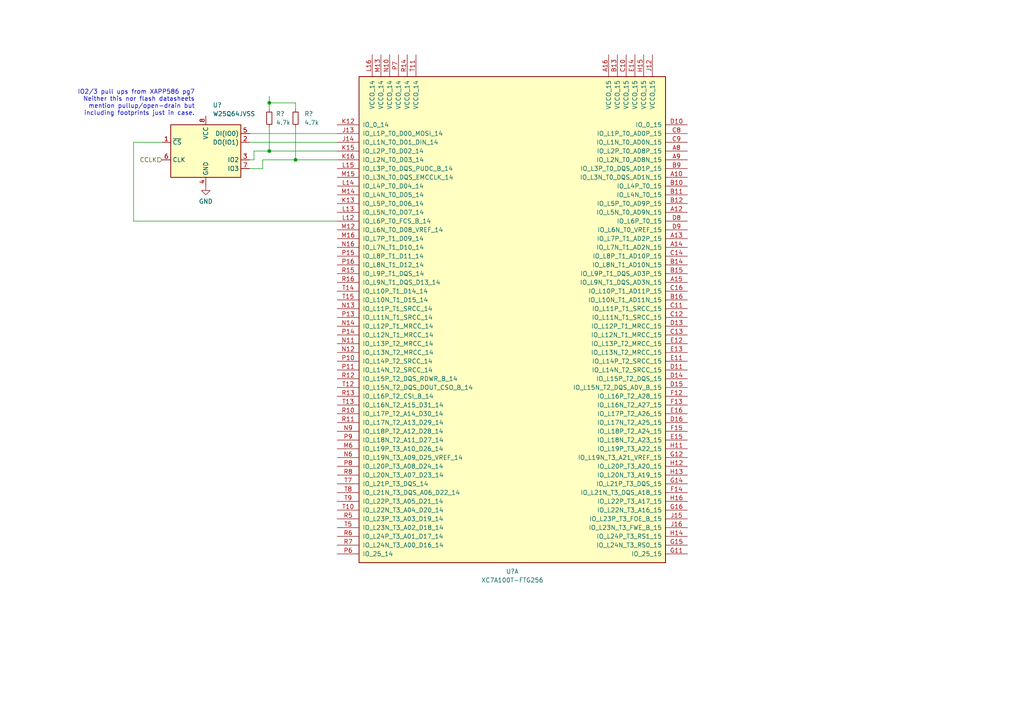
<source format=kicad_sch>
(kicad_sch (version 20211123) (generator eeschema)
  (paper "A4")
  (lib_symbols
    (symbol "Device:R_Small" (pin_numbers hide) (pin_names (offset 0.254) hide)
      (property "Reference" "R" (at 0.762 0.508 0))
      (property "Value" "R_Small" (at 0.762 -1.016 0))
      (symbol "R_Small_0_1"
        (rectangle (start -0.762 1.778) (end 0.762 -1.778) (stroke (width 0.2032)))
      )
      (symbol "R_Small_1_1"
        (pin passive line (at 0 2.54 270) (length 0.762) (name "~") (number "1"))
        (pin passive line (at 0 -2.54 90) (length 0.762) (name "~") (number "2"))
      )
    )
    (symbol "FPGA_Xilinx_Artix7:XC7A100T-FTG256" (pin_names (offset 1.016))
      (property "Reference" "U" (at 0 1.27 0))
      (property "Value" "XC7A100T-FTG256" (at 0 -1.27 0))
      (symbol "XC7A100T-FTG256_1_1"
        (rectangle (start -44.45 67.31) (end 44.45 -73.66) (stroke (width 0.254)) (fill (type background)))
        (pin bidirectional line (at 50.8 38.1 180) (length 6.35) (name "IO_L3N_T0_DQS_AD1N_15") (number "A10"))
        (pin bidirectional line (at 50.8 27.94 180) (length 6.35) (name "IO_L5N_T0_AD9N_15") (number "A12"))
        (pin bidirectional line (at 50.8 20.32 180) (length 6.35) (name "IO_L7P_T1_AD2P_15") (number "A13"))
        (pin bidirectional line (at 50.8 17.78 180) (length 6.35) (name "IO_L7N_T1_AD2N_15") (number "A14"))
        (pin bidirectional line (at 50.8 7.62 180) (length 6.35) (name "IO_L9N_T1_DQS_AD3N_15") (number "A15"))
        (pin power_in line (at 27.94 73.66 270) (length 6.35) (name "VCCO_15") (number "A16"))
        (pin bidirectional line (at 50.8 45.72 180) (length 6.35) (name "IO_L2P_T0_AD8P_15") (number "A8"))
        (pin bidirectional line (at 50.8 43.18 180) (length 6.35) (name "IO_L2N_T0_AD8N_15") (number "A9"))
        (pin bidirectional line (at 50.8 35.56 180) (length 6.35) (name "IO_L4P_T0_15") (number "B10"))
        (pin bidirectional line (at 50.8 33.02 180) (length 6.35) (name "IO_L4N_T0_15") (number "B11"))
        (pin bidirectional line (at 50.8 30.48 180) (length 6.35) (name "IO_L5P_T0_AD9P_15") (number "B12"))
        (pin power_in line (at 30.48 73.66 270) (length 6.35) (name "VCCO_15") (number "B13"))
        (pin bidirectional line (at 50.8 12.7 180) (length 6.35) (name "IO_L8N_T1_AD10N_15") (number "B14"))
        (pin bidirectional line (at 50.8 10.16 180) (length 6.35) (name "IO_L9P_T1_DQS_AD3P_15") (number "B15"))
        (pin bidirectional line (at 50.8 2.54 180) (length 6.35) (name "IO_L10N_T1_AD11N_15") (number "B16"))
        (pin bidirectional line (at 50.8 40.64 180) (length 6.35) (name "IO_L3P_T0_DQS_AD1P_15") (number "B9"))
        (pin power_in line (at 33.02 73.66 270) (length 6.35) (name "VCCO_15") (number "C10"))
        (pin bidirectional line (at 50.8 0 180) (length 6.35) (name "IO_L11P_T1_SRCC_15") (number "C11"))
        (pin bidirectional line (at 50.8 -2.54 180) (length 6.35) (name "IO_L11N_T1_SRCC_15") (number "C12"))
        (pin bidirectional line (at 50.8 -7.62 180) (length 6.35) (name "IO_L12N_T1_MRCC_15") (number "C13"))
        (pin bidirectional line (at 50.8 15.24 180) (length 6.35) (name "IO_L8P_T1_AD10P_15") (number "C14"))
        (pin bidirectional line (at 50.8 5.08 180) (length 6.35) (name "IO_L10P_T1_AD11P_15") (number "C16"))
        (pin bidirectional line (at 50.8 50.8 180) (length 6.35) (name "IO_L1P_T0_AD0P_15") (number "C8"))
        (pin bidirectional line (at 50.8 48.26 180) (length 6.35) (name "IO_L1N_T0_AD0N_15") (number "C9"))
        (pin bidirectional line (at 50.8 53.34 180) (length 6.35) (name "IO_0_15") (number "D10"))
        (pin bidirectional line (at 50.8 -17.78 180) (length 6.35) (name "IO_L14N_T2_SRCC_15") (number "D11"))
        (pin bidirectional line (at 50.8 -5.08 180) (length 6.35) (name "IO_L12P_T1_MRCC_15") (number "D13"))
        (pin bidirectional line (at 50.8 -20.32 180) (length 6.35) (name "IO_L15P_T2_DQS_15") (number "D14"))
        (pin bidirectional line (at 50.8 -22.86 180) (length 6.35) (name "IO_L15N_T2_DQS_ADV_B_15") (number "D15"))
        (pin bidirectional line (at 50.8 -33.02 180) (length 6.35) (name "IO_L17N_T2_A25_15") (number "D16"))
        (pin bidirectional line (at 50.8 25.4 180) (length 6.35) (name "IO_L6P_T0_15") (number "D8"))
        (pin bidirectional line (at 50.8 22.86 180) (length 6.35) (name "IO_L6N_T0_VREF_15") (number "D9"))
        (pin bidirectional line (at 50.8 -15.24 180) (length 6.35) (name "IO_L14P_T2_SRCC_15") (number "E11"))
        (pin bidirectional line (at 50.8 -10.16 180) (length 6.35) (name "IO_L13P_T2_MRCC_15") (number "E12"))
        (pin bidirectional line (at 50.8 -12.7 180) (length 6.35) (name "IO_L13N_T2_MRCC_15") (number "E13"))
        (pin power_in line (at 35.56 73.66 270) (length 6.35) (name "VCCO_15") (number "E14"))
        (pin bidirectional line (at 50.8 -38.1 180) (length 6.35) (name "IO_L18N_T2_A23_15") (number "E15"))
        (pin bidirectional line (at 50.8 -30.48 180) (length 6.35) (name "IO_L17P_T2_A26_15") (number "E16"))
        (pin bidirectional line (at 50.8 -25.4 180) (length 6.35) (name "IO_L16P_T2_A28_15") (number "F12"))
        (pin bidirectional line (at 50.8 -27.94 180) (length 6.35) (name "IO_L16N_T2_A27_15") (number "F13"))
        (pin bidirectional line (at 50.8 -53.34 180) (length 6.35) (name "IO_L21N_T3_DQS_A18_15") (number "F14"))
        (pin bidirectional line (at 50.8 -35.56 180) (length 6.35) (name "IO_L18P_T2_A24_15") (number "F15"))
        (pin bidirectional line (at 50.8 -71.12 180) (length 6.35) (name "IO_25_15") (number "G11"))
        (pin bidirectional line (at 50.8 -43.18 180) (length 6.35) (name "IO_L19N_T3_A21_VREF_15") (number "G12"))
        (pin bidirectional line (at 50.8 -50.8 180) (length 6.35) (name "IO_L21P_T3_DQS_15") (number "G14"))
        (pin bidirectional line (at 50.8 -68.58 180) (length 6.35) (name "IO_L24N_T3_RS0_15") (number "G15"))
        (pin bidirectional line (at 50.8 -58.42 180) (length 6.35) (name "IO_L22N_T3_A16_15") (number "G16"))
        (pin bidirectional line (at 50.8 -40.64 180) (length 6.35) (name "IO_L19P_T3_A22_15") (number "H11"))
        (pin bidirectional line (at 50.8 -45.72 180) (length 6.35) (name "IO_L20P_T3_A20_15") (number "H12"))
        (pin bidirectional line (at 50.8 -48.26 180) (length 6.35) (name "IO_L20N_T3_A19_15") (number "H13"))
        (pin bidirectional line (at 50.8 -66.04 180) (length 6.35) (name "IO_L24P_T3_RS1_15") (number "H14"))
        (pin power_in line (at 38.1 73.66 270) (length 6.35) (name "VCCO_15") (number "H15"))
        (pin bidirectional line (at 50.8 -55.88 180) (length 6.35) (name "IO_L22P_T3_A17_15") (number "H16"))
        (pin power_in line (at 40.64 73.66 270) (length 6.35) (name "VCCO_15") (number "J12"))
        (pin bidirectional line (at -50.8 50.8 0) (length 6.35) (name "IO_L1P_T0_D00_MOSI_14") (number "J13"))
        (pin bidirectional line (at -50.8 48.26 0) (length 6.35) (name "IO_L1N_T0_D01_DIN_14") (number "J14"))
        (pin bidirectional line (at 50.8 -60.96 180) (length 6.35) (name "IO_L23P_T3_FOE_B_15") (number "J15"))
        (pin bidirectional line (at 50.8 -63.5 180) (length 6.35) (name "IO_L23N_T3_FWE_B_15") (number "J16"))
        (pin bidirectional line (at -50.8 53.34 0) (length 6.35) (name "IO_0_14") (number "K12"))
        (pin bidirectional line (at -50.8 30.48 0) (length 6.35) (name "IO_L5P_T0_D06_14") (number "K13"))
        (pin bidirectional line (at -50.8 45.72 0) (length 6.35) (name "IO_L2P_T0_D02_14") (number "K15"))
        (pin bidirectional line (at -50.8 43.18 0) (length 6.35) (name "IO_L2N_T0_D03_14") (number "K16"))
        (pin bidirectional line (at -50.8 25.4 0) (length 6.35) (name "IO_L6P_T0_FCS_B_14") (number "L12"))
        (pin bidirectional line (at -50.8 27.94 0) (length 6.35) (name "IO_L5N_T0_D07_14") (number "L13"))
        (pin bidirectional line (at -50.8 35.56 0) (length 6.35) (name "IO_L4P_T0_D04_14") (number "L14"))
        (pin bidirectional line (at -50.8 40.64 0) (length 6.35) (name "IO_L3P_T0_DQS_PUDC_B_14") (number "L15"))
        (pin power_in line (at -40.64 73.66 270) (length 6.35) (name "VCCO_14") (number "L16"))
        (pin bidirectional line (at -50.8 22.86 0) (length 6.35) (name "IO_L6N_T0_D08_VREF_14") (number "M12"))
        (pin power_in line (at -38.1 73.66 270) (length 6.35) (name "VCCO_14") (number "M13"))
        (pin bidirectional line (at -50.8 33.02 0) (length 6.35) (name "IO_L4N_T0_D05_14") (number "M14"))
        (pin bidirectional line (at -50.8 38.1 0) (length 6.35) (name "IO_L3N_T0_DQS_EMCCLK_14") (number "M15"))
        (pin bidirectional line (at -50.8 20.32 0) (length 6.35) (name "IO_L7P_T1_D09_14") (number "M16"))
        (pin bidirectional line (at -50.8 -40.64 0) (length 6.35) (name "IO_L19P_T3_A10_D26_14") (number "M6"))
        (pin power_in line (at -35.56 73.66 270) (length 6.35) (name "VCCO_14") (number "N10"))
        (pin bidirectional line (at -50.8 -10.16 0) (length 6.35) (name "IO_L13P_T2_MRCC_14") (number "N11"))
        (pin bidirectional line (at -50.8 -12.7 0) (length 6.35) (name "IO_L13N_T2_MRCC_14") (number "N12"))
        (pin bidirectional line (at -50.8 0 0) (length 6.35) (name "IO_L11P_T1_SRCC_14") (number "N13"))
        (pin bidirectional line (at -50.8 -5.08 0) (length 6.35) (name "IO_L12P_T1_MRCC_14") (number "N14"))
        (pin bidirectional line (at -50.8 17.78 0) (length 6.35) (name "IO_L7N_T1_D10_14") (number "N16"))
        (pin bidirectional line (at -50.8 -43.18 0) (length 6.35) (name "IO_L19N_T3_A09_D25_VREF_14") (number "N6"))
        (pin bidirectional line (at -50.8 -35.56 0) (length 6.35) (name "IO_L18P_T2_A12_D28_14") (number "N9"))
        (pin bidirectional line (at -50.8 -15.24 0) (length 6.35) (name "IO_L14P_T2_SRCC_14") (number "P10"))
        (pin bidirectional line (at -50.8 -17.78 0) (length 6.35) (name "IO_L14N_T2_SRCC_14") (number "P11"))
        (pin bidirectional line (at -50.8 -2.54 0) (length 6.35) (name "IO_L11N_T1_SRCC_14") (number "P13"))
        (pin bidirectional line (at -50.8 -7.62 0) (length 6.35) (name "IO_L12N_T1_MRCC_14") (number "P14"))
        (pin bidirectional line (at -50.8 15.24 0) (length 6.35) (name "IO_L8P_T1_D11_14") (number "P15"))
        (pin bidirectional line (at -50.8 12.7 0) (length 6.35) (name "IO_L8N_T1_D12_14") (number "P16"))
        (pin bidirectional line (at -50.8 -71.12 0) (length 6.35) (name "IO_25_14") (number "P6"))
        (pin power_in line (at -33.02 73.66 270) (length 6.35) (name "VCCO_14") (number "P7"))
        (pin bidirectional line (at -50.8 -45.72 0) (length 6.35) (name "IO_L20P_T3_A08_D24_14") (number "P8"))
        (pin bidirectional line (at -50.8 -38.1 0) (length 6.35) (name "IO_L18N_T2_A11_D27_14") (number "P9"))
        (pin bidirectional line (at -50.8 -30.48 0) (length 6.35) (name "IO_L17P_T2_A14_D30_14") (number "R10"))
        (pin bidirectional line (at -50.8 -33.02 0) (length 6.35) (name "IO_L17N_T2_A13_D29_14") (number "R11"))
        (pin bidirectional line (at -50.8 -20.32 0) (length 6.35) (name "IO_L15P_T2_DQS_RDWR_B_14") (number "R12"))
        (pin bidirectional line (at -50.8 -25.4 0) (length 6.35) (name "IO_L16P_T2_CSI_B_14") (number "R13"))
        (pin power_in line (at -30.48 73.66 270) (length 6.35) (name "VCCO_14") (number "R14"))
        (pin bidirectional line (at -50.8 10.16 0) (length 6.35) (name "IO_L9P_T1_DQS_14") (number "R15"))
        (pin bidirectional line (at -50.8 7.62 0) (length 6.35) (name "IO_L9N_T1_DQS_D13_14") (number "R16"))
        (pin bidirectional line (at -50.8 -60.96 0) (length 6.35) (name "IO_L23P_T3_A03_D19_14") (number "R5"))
        (pin bidirectional line (at -50.8 -66.04 0) (length 6.35) (name "IO_L24P_T3_A01_D17_14") (number "R6"))
        (pin bidirectional line (at -50.8 -68.58 0) (length 6.35) (name "IO_L24N_T3_A00_D16_14") (number "R7"))
        (pin bidirectional line (at -50.8 -48.26 0) (length 6.35) (name "IO_L20N_T3_A07_D23_14") (number "R8"))
        (pin bidirectional line (at -50.8 -58.42 0) (length 6.35) (name "IO_L22N_T3_A04_D20_14") (number "T10"))
        (pin power_in line (at -27.94 73.66 270) (length 6.35) (name "VCCO_14") (number "T11"))
        (pin bidirectional line (at -50.8 -22.86 0) (length 6.35) (name "IO_L15N_T2_DQS_DOUT_CSO_B_14") (number "T12"))
        (pin bidirectional line (at -50.8 -27.94 0) (length 6.35) (name "IO_L16N_T2_A15_D31_14") (number "T13"))
        (pin bidirectional line (at -50.8 5.08 0) (length 6.35) (name "IO_L10P_T1_D14_14") (number "T14"))
        (pin bidirectional line (at -50.8 2.54 0) (length 6.35) (name "IO_L10N_T1_D15_14") (number "T15"))
        (pin bidirectional line (at -50.8 -63.5 0) (length 6.35) (name "IO_L23N_T3_A02_D18_14") (number "T5"))
        (pin bidirectional line (at -50.8 -50.8 0) (length 6.35) (name "IO_L21P_T3_DQS_14") (number "T7"))
        (pin bidirectional line (at -50.8 -53.34 0) (length 6.35) (name "IO_L21N_T3_DQS_A06_D22_14") (number "T8"))
        (pin bidirectional line (at -50.8 -55.88 0) (length 6.35) (name "IO_L22P_T3_A05_D21_14") (number "T9"))
      )
      (symbol "XC7A100T-FTG256_2_1"
        (rectangle (start -44.45 67.31) (end 44.45 -73.66) (stroke (width 0.254)) (fill (type background)))
        (pin bidirectional line (at 50.8 12.7 180) (length 6.35) (name "IO_L8N_T1_AD14N_35") (number "A2"))
        (pin bidirectional line (at 50.8 33.02 180) (length 6.35) (name "IO_L4N_T0_35") (number "A3"))
        (pin bidirectional line (at 50.8 38.1 180) (length 6.35) (name "IO_L3N_T0_DQS_AD5N_35") (number "A4"))
        (pin bidirectional line (at 50.8 40.64 180) (length 6.35) (name "IO_L3P_T0_DQS_AD5P_35") (number "A5"))
        (pin power_in line (at 27.94 73.66 270) (length 6.35) (name "VCCO_35") (number "A6"))
        (pin bidirectional line (at 50.8 48.26 180) (length 6.35) (name "IO_L1N_T0_AD4N_35") (number "A7"))
        (pin bidirectional line (at 50.8 7.62 180) (length 6.35) (name "IO_L9N_T1_DQS_AD7N_35") (number "B1"))
        (pin bidirectional line (at 50.8 15.24 180) (length 6.35) (name "IO_L8P_T1_AD14P_35") (number "B2"))
        (pin power_in line (at 30.48 73.66 270) (length 6.35) (name "VCCO_35") (number "B3"))
        (pin bidirectional line (at 50.8 35.56 180) (length 6.35) (name "IO_L4P_T0_35") (number "B4"))
        (pin bidirectional line (at 50.8 43.18 180) (length 6.35) (name "IO_L2N_T0_AD12N_35") (number "B5"))
        (pin bidirectional line (at 50.8 45.72 180) (length 6.35) (name "IO_L2P_T0_AD12P_35") (number "B6"))
        (pin bidirectional line (at 50.8 50.8 180) (length 6.35) (name "IO_L1P_T0_AD4P_35") (number "B7"))
        (pin bidirectional line (at 50.8 10.16 180) (length 6.35) (name "IO_L9P_T1_DQS_AD7P_35") (number "C1"))
        (pin bidirectional line (at 50.8 17.78 180) (length 6.35) (name "IO_L7N_T1_AD6N_35") (number "C2"))
        (pin bidirectional line (at 50.8 20.32 180) (length 6.35) (name "IO_L7P_T1_AD6P_35") (number "C3"))
        (pin bidirectional line (at 50.8 -7.62 180) (length 6.35) (name "IO_L12N_T1_MRCC_35") (number "C4"))
        (pin bidirectional line (at 50.8 27.94 180) (length 6.35) (name "IO_L5N_T0_AD13N_35") (number "C6"))
        (pin bidirectional line (at 50.8 30.48 180) (length 6.35) (name "IO_L5P_T0_AD13P_35") (number "C7"))
        (pin bidirectional line (at 50.8 2.54 180) (length 6.35) (name "IO_L10N_T1_AD15N_35") (number "D1"))
        (pin bidirectional line (at 50.8 -2.54 180) (length 6.35) (name "IO_L11N_T1_SRCC_35") (number "D3"))
        (pin bidirectional line (at 50.8 -5.08 180) (length 6.35) (name "IO_L12P_T1_MRCC_35") (number "D4"))
        (pin bidirectional line (at 50.8 22.86 180) (length 6.35) (name "IO_L6N_T0_VREF_35") (number "D5"))
        (pin bidirectional line (at 50.8 25.4 180) (length 6.35) (name "IO_L6P_T0_35") (number "D6"))
        (pin power_in line (at 33.02 73.66 270) (length 6.35) (name "VCCO_35") (number "D7"))
        (pin bidirectional line (at 50.8 -22.86 180) (length 6.35) (name "IO_L15N_T2_DQS_35") (number "E1"))
        (pin bidirectional line (at 50.8 5.08 180) (length 6.35) (name "IO_L10P_T1_AD15P_35") (number "E2"))
        (pin bidirectional line (at 50.8 0 180) (length 6.35) (name "IO_L11P_T1_SRCC_35") (number "E3"))
        (pin power_in line (at 35.56 73.66 270) (length 6.35) (name "VCCO_35") (number "E4"))
        (pin bidirectional line (at 50.8 -12.7 180) (length 6.35) (name "IO_L13N_T2_MRCC_35") (number "E5"))
        (pin bidirectional line (at 50.8 53.34 180) (length 6.35) (name "IO_0_35") (number "E6"))
        (pin power_in line (at 38.1 73.66 270) (length 6.35) (name "VCCO_35") (number "F1"))
        (pin bidirectional line (at 50.8 -20.32 180) (length 6.35) (name "IO_L15P_T2_DQS_35") (number "F2"))
        (pin bidirectional line (at 50.8 -17.78 180) (length 6.35) (name "IO_L14N_T2_SRCC_35") (number "F3"))
        (pin bidirectional line (at 50.8 -15.24 180) (length 6.35) (name "IO_L14P_T2_SRCC_35") (number "F4"))
        (pin bidirectional line (at 50.8 -10.16 180) (length 6.35) (name "IO_L13P_T2_MRCC_35") (number "F5"))
        (pin bidirectional line (at 50.8 -33.02 180) (length 6.35) (name "IO_L17N_T2_35") (number "G1"))
        (pin bidirectional line (at 50.8 -30.48 180) (length 6.35) (name "IO_L17P_T2_35") (number "G2"))
        (pin bidirectional line (at 50.8 -27.94 180) (length 6.35) (name "IO_L16N_T2_35") (number "G4"))
        (pin bidirectional line (at 50.8 -25.4 180) (length 6.35) (name "IO_L16P_T2_35") (number "G5"))
        (pin bidirectional line (at 50.8 -48.26 180) (length 6.35) (name "IO_L20N_T3_35") (number "H1"))
        (pin bidirectional line (at 50.8 -45.72 180) (length 6.35) (name "IO_L20P_T3_35") (number "H2"))
        (pin bidirectional line (at 50.8 -53.34 180) (length 6.35) (name "IO_L21N_T3_DQS_35") (number "H3"))
        (pin bidirectional line (at 50.8 -38.1 180) (length 6.35) (name "IO_L18N_T2_35") (number "H4"))
        (pin bidirectional line (at 50.8 -35.56 180) (length 6.35) (name "IO_L18P_T2_35") (number "H5"))
        (pin bidirectional line (at 50.8 -58.42 180) (length 6.35) (name "IO_L22N_T3_35") (number "J1"))
        (pin power_in line (at 40.64 73.66 270) (length 6.35) (name "VCCO_35") (number "J2"))
        (pin bidirectional line (at 50.8 -50.8 180) (length 6.35) (name "IO_L21P_T3_DQS_35") (number "J3"))
        (pin bidirectional line (at 50.8 -43.18 180) (length 6.35) (name "IO_L19N_T3_VREF_35") (number "J4"))
        (pin bidirectional line (at 50.8 -40.64 180) (length 6.35) (name "IO_L19P_T3_35") (number "J5"))
        (pin bidirectional line (at 50.8 -55.88 180) (length 6.35) (name "IO_L22P_T3_35") (number "K1"))
        (pin bidirectional line (at 50.8 -68.58 180) (length 6.35) (name "IO_L24N_T3_35") (number "K2"))
        (pin bidirectional line (at 50.8 -66.04 180) (length 6.35) (name "IO_L24P_T3_35") (number "K3"))
        (pin bidirectional line (at 50.8 -71.12 180) (length 6.35) (name "IO_25_35") (number "K5"))
        (pin bidirectional line (at 50.8 -63.5 180) (length 6.35) (name "IO_L23N_T3_35") (number "L2"))
        (pin bidirectional line (at 50.8 -60.96 180) (length 6.35) (name "IO_L23P_T3_35") (number "L3"))
        (pin bidirectional line (at -50.8 50.8 0) (length 6.35) (name "IO_L1P_T0_34") (number "L4"))
        (pin bidirectional line (at -50.8 53.34 0) (length 6.35) (name "IO_0_34") (number "L5"))
        (pin bidirectional line (at -50.8 43.18 0) (length 6.35) (name "IO_L2N_T0_34") (number "M1"))
        (pin bidirectional line (at -50.8 45.72 0) (length 6.35) (name "IO_L2P_T0_34") (number "M2"))
        (pin power_in line (at -40.64 73.66 270) (length 6.35) (name "VCCO_34") (number "M3"))
        (pin bidirectional line (at -50.8 48.26 0) (length 6.35) (name "IO_L1N_T0_34") (number "M4"))
        (pin bidirectional line (at -50.8 25.4 0) (length 6.35) (name "IO_L6P_T0_34") (number "M5"))
        (pin bidirectional line (at -50.8 35.56 0) (length 6.35) (name "IO_L4P_T0_34") (number "N1"))
        (pin bidirectional line (at -50.8 38.1 0) (length 6.35) (name "IO_L3N_T0_DQS_34") (number "N2"))
        (pin bidirectional line (at -50.8 40.64 0) (length 6.35) (name "IO_L3P_T0_DQS_34") (number "N3"))
        (pin bidirectional line (at -50.8 22.86 0) (length 6.35) (name "IO_L6N_T0_VREF_34") (number "N4"))
        (pin bidirectional line (at -50.8 33.02 0) (length 6.35) (name "IO_L4N_T0_34") (number "P1"))
        (pin bidirectional line (at -50.8 27.94 0) (length 6.35) (name "IO_L5N_T0_34") (number "P3"))
        (pin bidirectional line (at -50.8 30.48 0) (length 6.35) (name "IO_L5P_T0_34") (number "P4"))
        (pin bidirectional line (at -50.8 5.08 0) (length 6.35) (name "IO_L10P_T1_34") (number "P5"))
        (pin bidirectional line (at -50.8 17.78 0) (length 6.35) (name "IO_L7N_T1_34") (number "R1"))
        (pin bidirectional line (at -50.8 20.32 0) (length 6.35) (name "IO_L7P_T1_34") (number "R2"))
        (pin bidirectional line (at -50.8 15.24 0) (length 6.35) (name "IO_L8P_T1_34") (number "R3"))
        (pin power_in line (at -38.1 73.66 270) (length 6.35) (name "VCCO_34") (number "R4"))
        (pin power_in line (at -35.56 73.66 270) (length 6.35) (name "VCCO_34") (number "T1"))
        (pin bidirectional line (at -50.8 12.7 0) (length 6.35) (name "IO_L8N_T1_34") (number "T2"))
        (pin bidirectional line (at -50.8 7.62 0) (length 6.35) (name "IO_L9N_T1_DQS_34") (number "T3"))
        (pin bidirectional line (at -50.8 10.16 0) (length 6.35) (name "IO_L9P_T1_DQS_34") (number "T4"))
      )
      (symbol "XC7A100T-FTG256_3_1"
        (rectangle (start -31.75 34.29) (end 31.75 -40.64) (stroke (width 0.254)) (fill (type background)))
        (pin bidirectional line (at 38.1 -15.24 180) (length 6.35) (name "CFGBVS_0") (number "E7"))
        (pin bidirectional line (at 38.1 7.62 180) (length 6.35) (name "CCLK_0") (number "E8"))
        (pin bidirectional line (at 38.1 -5.08 180) (length 6.35) (name "DONE_0") (number "H10"))
        (pin bidirectional line (at 38.1 -30.48 180) (length 6.35) (name "VREFN_0") (number "H7"))
        (pin bidirectional line (at 38.1 -20.32 180) (length 6.35) (name "VP_0") (number "H8"))
        (pin bidirectional line (at 38.1 -22.86 180) (length 6.35) (name "VN_0") (number "J7"))
        (pin bidirectional line (at 38.1 -27.94 180) (length 6.35) (name "VREFP_0") (number "J8"))
        (pin bidirectional line (at 38.1 -7.62 180) (length 6.35) (name "INIT_B_0") (number "K10"))
        (pin bidirectional line (at 38.1 -38.1 180) (length 6.35) (name "DXN_0") (number "K7"))
        (pin bidirectional line (at 38.1 -35.56 180) (length 6.35) (name "DXP_0") (number "K8"))
        (pin power_in line (at 27.94 40.64 270) (length 6.35) (name "VCCO_0") (number "L6"))
        (pin bidirectional line (at 38.1 12.7 180) (length 6.35) (name "TCK_0") (number "L7"))
        (pin bidirectional line (at 38.1 -10.16 180) (length 6.35) (name "PROGRAM_B_0") (number "L9"))
        (pin bidirectional line (at 38.1 2.54 180) (length 6.35) (name "M1_0") (number "M10"))
        (pin bidirectional line (at 38.1 0 180) (length 6.35) (name "M2_0") (number "M11"))
        (pin bidirectional line (at 38.1 15.24 180) (length 6.35) (name "TMS_0") (number "M7"))
        (pin bidirectional line (at 38.1 5.08 180) (length 6.35) (name "M0_0") (number "M9"))
        (pin bidirectional line (at 38.1 20.32 180) (length 6.35) (name "TDI_0") (number "N7"))
        (pin bidirectional line (at 38.1 17.78 180) (length 6.35) (name "TDO_0") (number "N8"))
      )
      (symbol "XC7A100T-FTG256_4_1"
        (rectangle (start -19.05 35.56) (end 19.05 -35.56) (stroke (width 0.254)) (fill (type background)))
        (pin power_in line (at -25.4 2.54 0) (length 6.35) (name "GND") (number "A1"))
        (pin power_in line (at -25.4 0 0) (length 6.35) (name "GND") (number "A11"))
        (pin power_in line (at -25.4 -2.54 0) (length 6.35) (name "GND") (number "B8"))
        (pin power_in line (at -25.4 -7.62 0) (length 6.35) (name "GND") (number "C15"))
        (pin power_in line (at -25.4 -5.08 0) (length 6.35) (name "GND") (number "C5"))
        (pin power_in line (at -25.4 -12.7 0) (length 6.35) (name "GND") (number "D12"))
        (pin power_in line (at -25.4 -10.16 0) (length 6.35) (name "GND") (number "D2"))
        (pin power_in line (at -25.4 12.7 0) (length 6.35) (name "VCCBRAM") (number "E10"))
        (pin power_in line (at -25.4 -15.24 0) (length 6.35) (name "GND") (number "E9"))
        (pin power_in line (at -25.4 -20.32 0) (length 6.35) (name "GND") (number "F10"))
        (pin power_in line (at -25.4 10.16 0) (length 6.35) (name "VCCBRAM") (number "F11"))
        (pin power_in line (at -25.4 -22.86 0) (length 6.35) (name "GND") (number "F16"))
        (pin power_in line (at -25.4 -17.78 0) (length 6.35) (name "GND") (number "F6"))
        (pin power_in line (at 25.4 33.02 180) (length 6.35) (name "VCCINT") (number "F7"))
        (pin power_in line (at -25.4 15.24 0) (length 6.35) (name "VCCBATT_0") (number "F8"))
        (pin power_in line (at 25.4 30.48 180) (length 6.35) (name "VCCINT") (number "F9"))
        (pin power_in line (at -25.4 33.02 0) (length 6.35) (name "VCCAUX") (number "G10"))
        (pin power_in line (at -25.4 -30.48 0) (length 6.35) (name "GND") (number "G13"))
        (pin power_in line (at -25.4 -25.4 0) (length 6.35) (name "GND") (number "G3"))
        (pin power_in line (at 25.4 27.94 180) (length 6.35) (name "VCCINT") (number "G6"))
        (pin power_in line (at -25.4 20.32 0) (length 6.35) (name "GNDADC_0") (number "G7"))
        (pin power_in line (at -25.4 17.78 0) (length 6.35) (name "VCCADC_0") (number "G8"))
        (pin power_in line (at -25.4 -27.94 0) (length 6.35) (name "GND") (number "G9"))
        (pin power_in line (at -25.4 -33.02 0) (length 6.35) (name "GND") (number "H6"))
        (pin power_in line (at 25.4 25.4 180) (length 6.35) (name "VCCINT") (number "H9"))
        (pin power_in line (at -25.4 30.48 0) (length 6.35) (name "VCCAUX") (number "J10"))
        (pin power_in line (at 25.4 0 180) (length 6.35) (name "GND") (number "J11"))
        (pin power_in line (at 25.4 22.86 180) (length 6.35) (name "VCCINT") (number "J6"))
        (pin power_in line (at 25.4 2.54 180) (length 6.35) (name "GND") (number "J9"))
        (pin power_in line (at -25.4 27.94 0) (length 6.35) (name "VCCAUX") (number "K11"))
        (pin power_in line (at 25.4 -7.62 180) (length 6.35) (name "GND") (number "K14"))
        (pin power_in line (at 25.4 -2.54 180) (length 6.35) (name "GND") (number "K4"))
        (pin power_in line (at 25.4 -5.08 180) (length 6.35) (name "GND") (number "K6"))
        (pin power_in line (at 25.4 20.32 180) (length 6.35) (name "VCCINT") (number "K9"))
        (pin power_in line (at 25.4 -10.16 180) (length 6.35) (name "GND") (number "L1"))
        (pin power_in line (at -25.4 25.4 0) (length 6.35) (name "VCCAUX") (number "L10"))
        (pin power_in line (at 25.4 -12.7 180) (length 6.35) (name "GND") (number "L11"))
        (pin power_in line (at 25.4 17.78 180) (length 6.35) (name "VCCINT") (number "L8"))
        (pin power_in line (at 25.4 -15.24 180) (length 6.35) (name "GND") (number "M8"))
        (pin power_in line (at 25.4 -20.32 180) (length 6.35) (name "GND") (number "N15"))
        (pin power_in line (at 25.4 -17.78 180) (length 6.35) (name "GND") (number "N5"))
        (pin power_in line (at 25.4 -25.4 180) (length 6.35) (name "GND") (number "P12"))
        (pin power_in line (at 25.4 -22.86 180) (length 6.35) (name "GND") (number "P2"))
        (pin power_in line (at 25.4 -27.94 180) (length 6.35) (name "GND") (number "R9"))
        (pin power_in line (at 25.4 -33.02 180) (length 6.35) (name "GND") (number "T16"))
        (pin power_in line (at 25.4 -30.48 180) (length 6.35) (name "GND") (number "T6"))
      )
    )
    (symbol "centrifuge_symbols:W25Q64JVSS"
      (property "Reference" "U?" (at 2.0194 13.335 0))
      (property "Value" "W25Q64JVSS" (at 2.0194 10.795 0))
      (symbol "W25Q64JVSS_0_1"
        (rectangle (start -10.16 7.62) (end 10.16 -7.62) (stroke (width 0.254)) (fill (type background)))
      )
      (symbol "W25Q64JVSS_1_1"
        (pin input line (at -12.7 2.54 0) (length 2.54) (name "~{CS}") (number "1"))
        (pin bidirectional line (at 12.7 2.54 180) (length 2.54) (name "DO(IO1)") (number "2"))
        (pin bidirectional line (at 12.7 -2.54 180) (length 2.54) (name "IO2") (number "3"))
        (pin power_in line (at 0 -10.16 90) (length 2.54) (name "GND") (number "4"))
        (pin bidirectional line (at 12.7 5.08 180) (length 2.54) (name "DI(IO0)") (number "5"))
        (pin input line (at -12.7 -2.54 0) (length 2.54) (name "CLK") (number "6"))
        (pin bidirectional line (at 12.7 -5.08 180) (length 2.54) (name "IO3") (number "7"))
        (pin power_in line (at 0 10.16 270) (length 2.54) (name "VCC") (number "8"))
      )
    )
    (symbol "power:GND" (power) (pin_names (offset 0))
      (property "Value" "GND" (at 0 -3.81 0))
      (symbol "GND_0_1"
        (polyline (pts (xy 0 0) (xy 0 -1.27) (xy 1.27 -1.27) (xy 0 -2.54) (xy -1.27 -1.27) (xy 0 -1.27)))
      )
      (symbol "GND_1_1"
        (pin power_in line (at 0 0 270) (length 0) hide (name "GND") (number "1"))
      )
    )
  )
  (junction (at 85.725 46.355))
  (junction (at 78.105 29.845))
  (junction (at 78.105 43.815))
  (wire (pts (xy 73.66 46.355) (xy 73.66 43.815)))
  (wire (pts (xy 85.725 36.83) (xy 85.725 46.355)))
  (wire (pts (xy 85.725 31.75) (xy 85.725 29.845)))
  (wire (pts (xy 76.2 48.895) (xy 72.39 48.895)))
  (wire (pts (xy 85.725 29.845) (xy 78.105 29.845)))
  (wire (pts (xy 78.105 36.83) (xy 78.105 43.815)))
  (wire (pts (xy 85.725 46.355) (xy 76.2 46.355)))
  (wire (pts (xy 78.105 27.94) (xy 78.105 29.845)))
  (wire (pts (xy 72.39 46.355) (xy 73.66 46.355)))
  (wire (pts (xy 78.105 29.845) (xy 78.105 31.75)))
  (wire (pts (xy 38.735 41.275) (xy 46.99 41.275)))
  (wire (pts (xy 38.735 64.135) (xy 38.735 41.275)))
  (wire (pts (xy 72.39 38.735) (xy 97.79 38.735)))
  (wire (pts (xy 78.105 43.815) (xy 97.79 43.815)))
  (wire (pts (xy 73.66 43.815) (xy 78.105 43.815)))
  (wire (pts (xy 72.39 41.275) (xy 97.79 41.275)))
  (wire (pts (xy 97.79 64.135) (xy 38.735 64.135)))
  (wire (pts (xy 97.79 46.355) (xy 85.725 46.355)))
  (wire (pts (xy 76.2 46.355) (xy 76.2 48.895)))
  (text "IO2/3 pull ups from XAPP586 pg7\nNeither this nor flash datasheets\nmention pullup/open-drain but\nincluding footprints just in case." (at 56.515 33.655 0) (effects (font (size 1.27 1.27)) (justify right bottom)))
  (hierarchical_label "CCLK" (shape input) (at 46.99 46.355 180))
  (symbol (lib_id "power:GND") (at 59.69 53.975 0) (unit 1)
    (property "Reference" "#PWR?" (effects hide))
    (property "Value" "GND" (at 59.69 58.42 0))
  )
  (symbol (lib_id "Device:R_Small") (at 85.725 34.29 0) (unit 1)
    (property "Reference" "R?" (at 88.265 33.0199 0) (effects (justify left)))
    (property "Value" "4.7k" (at 88.265 35.5599 0) (effects (justify left)))
  )
  (symbol (lib_id "FPGA_Xilinx_Artix7:XC7A100T-FTG256") (at 148.59 89.535 0) (unit 1)
    (property "Reference" "U?" (at 148.59 165.735 0))
    (property "Value" "XC7A100T-FTG256" (at 148.59 168.275 0))
  )
  (symbol (lib_id "Device:R_Small") (at 78.105 34.29 0) (unit 1)
    (property "Reference" "R?" (at 80.01 33.0199 0) (effects (justify left)))
    (property "Value" "4.7k" (at 80.01 35.5599 0) (effects (justify left)))
  )
  (symbol (lib_id "centrifuge_symbols:W25Q64JVSS") (at 59.69 43.815 0) (unit 1)
    (property "Reference" "U?" (at 61.7094 30.48 0) (effects (justify left)))
    (property "Value" "W25Q64JVSS" (at 61.7094 33.02 0) (effects (justify left)))
    (property "Footprint" "Package_SO:SOIC-8_5.23x5.23mm_P1.27mm" (effects hide))
    (property "Datasheet" "https://www.winbond.com/resource-files/w25q64jv%20revj%2003272018%20plus.pdf" (effects hide))
    (property "Order Page" "https://www.digikey.no/en/products/detail/winbond-electronics/W25Q64JVSSIQ/5803992" (effects hide))
  )
)
</source>
